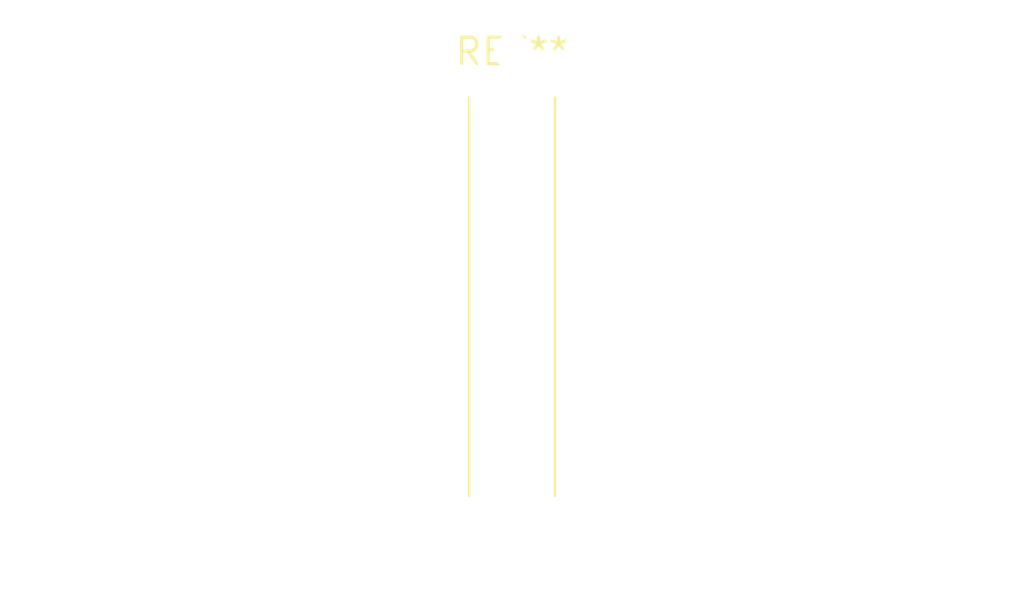
<source format=kicad_pcb>
(kicad_pcb (version 20240108) (generator pcbnew)
  (layers (0 "F.Cu" signal) (31 "B.Cu" signal) (34 "B.Paste" user) (35 "F.Paste" user) (36 "B.SilkS" user "B.Silkscreen") (37 "F.SilkS" user "F.Silkscreen") (38 "B.Mask" user) (39 "F.Mask" user) (44 "Edge.Cuts" user))
  (net 0 "")
  (footprint "SolderWire-1sqmm_1x01_D1.4mm_OD3.9mm_Relief" (layer "F.Cu") (at 0 0)
    (property "Reference" "REF**")
    (property "Value" "SolderWire-1sqmm_1x01_D1.4mm_OD3.9mm_Relief")
    (fp_line (start -2.06 2.21) (end -2.06 21.34) (layer "F.SilkS") (stroke (width 0.12)))
    (fp_line (start 2.06 2.21) (end 2.06 21.34) (layer "F.SilkS") (stroke (width 0.12)))
    (pad "" np_thru_hole circle (at 0 23.4) (size 4.4 4.4) (drill 4.4) (layers *.Cu *.Mask))
    (pad "1" thru_hole roundrect (at 0 0) (size 3.9 3.9) (drill 1.75) (layers *.Cu *.Mask) (remove_unused_layers) (roundrect_rratio 0.064103))
  )
)
</source>
